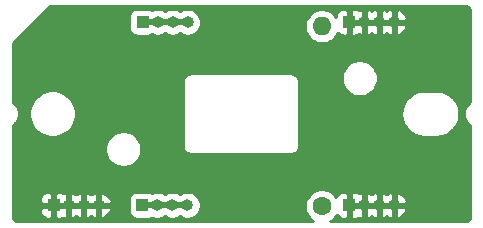
<source format=gbr>
G04 #@! TF.GenerationSoftware,KiCad,Pcbnew,5.1.9-73d0e3b20d~88~ubuntu20.04.1*
G04 #@! TF.CreationDate,2021-02-03T01:27:43+08:00*
G04 #@! TF.ProjectId,ic7000_drive,69633730-3030-45f6-9472-6976652e6b69,B*
G04 #@! TF.SameCoordinates,Original*
G04 #@! TF.FileFunction,Copper,L2,Bot*
G04 #@! TF.FilePolarity,Positive*
%FSLAX46Y46*%
G04 Gerber Fmt 4.6, Leading zero omitted, Abs format (unit mm)*
G04 Created by KiCad (PCBNEW 5.1.9-73d0e3b20d~88~ubuntu20.04.1) date 2021-02-03 01:27:43*
%MOMM*%
%LPD*%
G01*
G04 APERTURE LIST*
G04 #@! TA.AperFunction,ComponentPad*
%ADD10O,1.600000X1.600000*%
G04 #@! TD*
G04 #@! TA.AperFunction,ComponentPad*
%ADD11C,1.600000*%
G04 #@! TD*
G04 #@! TA.AperFunction,ComponentPad*
%ADD12O,1.000000X1.000000*%
G04 #@! TD*
G04 #@! TA.AperFunction,ComponentPad*
%ADD13R,1.000000X1.000000*%
G04 #@! TD*
G04 #@! TA.AperFunction,ViaPad*
%ADD14C,0.800000*%
G04 #@! TD*
G04 #@! TA.AperFunction,Conductor*
%ADD15C,0.500000*%
G04 #@! TD*
G04 #@! TA.AperFunction,Conductor*
%ADD16C,0.254000*%
G04 #@! TD*
G04 #@! TA.AperFunction,Conductor*
%ADD17C,0.100000*%
G04 #@! TD*
G04 APERTURE END LIST*
D10*
X130800000Y-58760000D03*
D11*
X130800000Y-74000000D03*
D12*
X111910000Y-73900000D03*
X110640000Y-73900000D03*
X109370000Y-73900000D03*
D13*
X108100000Y-73900000D03*
D12*
X136920000Y-58400000D03*
X135650000Y-58400000D03*
X134380000Y-58400000D03*
D13*
X133110000Y-58400000D03*
D12*
X136920000Y-73900000D03*
X135650000Y-73900000D03*
X134380000Y-73900000D03*
D13*
X133110000Y-73900000D03*
D12*
X119440000Y-58400000D03*
X118170000Y-58400000D03*
X116900000Y-58400000D03*
D13*
X115630000Y-58400000D03*
X115610000Y-73900000D03*
D12*
X116880000Y-73900000D03*
X118150000Y-73900000D03*
X119420000Y-73900000D03*
D14*
X107500000Y-59000000D03*
X108450000Y-59000000D03*
X109400000Y-59000000D03*
X110350000Y-59000000D03*
X111300000Y-59000000D03*
X112250000Y-59000000D03*
X133700000Y-60150000D03*
X134800000Y-60150000D03*
X135950000Y-60150000D03*
X137050000Y-60150000D03*
X138100000Y-60150000D03*
X135150000Y-72050000D03*
X136200000Y-72050000D03*
X137250000Y-72050000D03*
X138250000Y-72050000D03*
X139250000Y-72050000D03*
X105950000Y-72000000D03*
X109950000Y-72000000D03*
X108950000Y-72000000D03*
X107950000Y-72000000D03*
X106950000Y-72000000D03*
D15*
X115630000Y-58400000D02*
X116900000Y-58400000D01*
X116900000Y-58400000D02*
X118170000Y-58400000D01*
X118170000Y-58400000D02*
X119440000Y-58400000D01*
X115610000Y-73900000D02*
X116880000Y-73900000D01*
X116880000Y-73900000D02*
X118150000Y-73900000D01*
X118150000Y-73900000D02*
X119420000Y-73900000D01*
D16*
X143065424Y-57069580D02*
X143128356Y-57088580D01*
X143186405Y-57119445D01*
X143237343Y-57160989D01*
X143279248Y-57211644D01*
X143310515Y-57269471D01*
X143329956Y-57332272D01*
X143340000Y-57427835D01*
X143340000Y-58232418D01*
X143340001Y-58232428D01*
X143340000Y-62832418D01*
X143340001Y-62832428D01*
X143340000Y-65199654D01*
X143300374Y-65225982D01*
X143293274Y-65231856D01*
X143218522Y-65294581D01*
X143176695Y-65337294D01*
X143134226Y-65379467D01*
X143128402Y-65386609D01*
X143067256Y-65462659D01*
X143034535Y-65512661D01*
X143001049Y-65562306D01*
X142996723Y-65570443D01*
X142951513Y-65656922D01*
X142929104Y-65712388D01*
X142905925Y-65767527D01*
X142903262Y-65776349D01*
X142875710Y-65869961D01*
X142864508Y-65928682D01*
X142852471Y-65987322D01*
X142851572Y-65996493D01*
X142842728Y-66093675D01*
X142843146Y-66153492D01*
X142842728Y-66213308D01*
X142843627Y-66222479D01*
X142853827Y-66319527D01*
X142865861Y-66378152D01*
X142877064Y-66436884D01*
X142879728Y-66445706D01*
X142908584Y-66538925D01*
X142931767Y-66594075D01*
X142954175Y-66649537D01*
X142958502Y-66657673D01*
X143004914Y-66743511D01*
X143038362Y-66793098D01*
X143071119Y-66843156D01*
X143076943Y-66850297D01*
X143139145Y-66925486D01*
X143181594Y-66967639D01*
X143223439Y-67010371D01*
X143230540Y-67016245D01*
X143306160Y-67077921D01*
X143340001Y-67100405D01*
X143340000Y-69632418D01*
X143340001Y-69632428D01*
X143340000Y-74167581D01*
X143340000Y-74867721D01*
X143330420Y-74965424D01*
X143311420Y-75028357D01*
X143280554Y-75086406D01*
X143239011Y-75137343D01*
X143188356Y-75179248D01*
X143130529Y-75210515D01*
X143067728Y-75229956D01*
X142972165Y-75240000D01*
X131527140Y-75240000D01*
X131714759Y-75114637D01*
X131914637Y-74914759D01*
X132053801Y-74706485D01*
X132079463Y-74754494D01*
X132158815Y-74851185D01*
X132255506Y-74930537D01*
X132365820Y-74989502D01*
X132485518Y-75025812D01*
X132610000Y-75038072D01*
X132824250Y-75035000D01*
X132983000Y-74876250D01*
X132983000Y-74027000D01*
X133237000Y-74027000D01*
X133237000Y-74876250D01*
X133395750Y-75035000D01*
X133610000Y-75038072D01*
X133734482Y-75025812D01*
X133854180Y-74989502D01*
X133943180Y-74941930D01*
X134023136Y-74977446D01*
X134078126Y-74994119D01*
X134253000Y-74867954D01*
X134253000Y-74027000D01*
X134507000Y-74027000D01*
X134507000Y-74867954D01*
X134681874Y-74994119D01*
X134736864Y-74977446D01*
X134940206Y-74887123D01*
X135015000Y-74834361D01*
X135089794Y-74887123D01*
X135293136Y-74977446D01*
X135348126Y-74994119D01*
X135523000Y-74867954D01*
X135523000Y-74027000D01*
X135777000Y-74027000D01*
X135777000Y-74867954D01*
X135951874Y-74994119D01*
X136006864Y-74977446D01*
X136210206Y-74887123D01*
X136285000Y-74834361D01*
X136359794Y-74887123D01*
X136563136Y-74977446D01*
X136618126Y-74994119D01*
X136793000Y-74867954D01*
X136793000Y-74027000D01*
X137047000Y-74027000D01*
X137047000Y-74867954D01*
X137221874Y-74994119D01*
X137276864Y-74977446D01*
X137480206Y-74887123D01*
X137662020Y-74758865D01*
X137815318Y-74597601D01*
X137934210Y-74409529D01*
X138014126Y-74201876D01*
X137889129Y-74027000D01*
X137047000Y-74027000D01*
X136793000Y-74027000D01*
X135777000Y-74027000D01*
X135523000Y-74027000D01*
X134507000Y-74027000D01*
X134253000Y-74027000D01*
X133237000Y-74027000D01*
X132983000Y-74027000D01*
X132963000Y-74027000D01*
X132963000Y-73773000D01*
X132983000Y-73773000D01*
X132983000Y-72923750D01*
X133237000Y-72923750D01*
X133237000Y-73773000D01*
X134253000Y-73773000D01*
X134253000Y-72932046D01*
X134507000Y-72932046D01*
X134507000Y-73773000D01*
X135523000Y-73773000D01*
X135523000Y-72932046D01*
X135777000Y-72932046D01*
X135777000Y-73773000D01*
X136793000Y-73773000D01*
X136793000Y-72932046D01*
X137047000Y-72932046D01*
X137047000Y-73773000D01*
X137889129Y-73773000D01*
X138014126Y-73598124D01*
X137934210Y-73390471D01*
X137815318Y-73202399D01*
X137662020Y-73041135D01*
X137480206Y-72912877D01*
X137276864Y-72822554D01*
X137221874Y-72805881D01*
X137047000Y-72932046D01*
X136793000Y-72932046D01*
X136618126Y-72805881D01*
X136563136Y-72822554D01*
X136359794Y-72912877D01*
X136285000Y-72965639D01*
X136210206Y-72912877D01*
X136006864Y-72822554D01*
X135951874Y-72805881D01*
X135777000Y-72932046D01*
X135523000Y-72932046D01*
X135348126Y-72805881D01*
X135293136Y-72822554D01*
X135089794Y-72912877D01*
X135015000Y-72965639D01*
X134940206Y-72912877D01*
X134736864Y-72822554D01*
X134681874Y-72805881D01*
X134507000Y-72932046D01*
X134253000Y-72932046D01*
X134078126Y-72805881D01*
X134023136Y-72822554D01*
X133943180Y-72858070D01*
X133854180Y-72810498D01*
X133734482Y-72774188D01*
X133610000Y-72761928D01*
X133395750Y-72765000D01*
X133237000Y-72923750D01*
X132983000Y-72923750D01*
X132824250Y-72765000D01*
X132610000Y-72761928D01*
X132485518Y-72774188D01*
X132365820Y-72810498D01*
X132255506Y-72869463D01*
X132158815Y-72948815D01*
X132079463Y-73045506D01*
X132020498Y-73155820D01*
X132002169Y-73216242D01*
X131914637Y-73085241D01*
X131714759Y-72885363D01*
X131479727Y-72728320D01*
X131218574Y-72620147D01*
X130941335Y-72565000D01*
X130658665Y-72565000D01*
X130381426Y-72620147D01*
X130120273Y-72728320D01*
X129885241Y-72885363D01*
X129685363Y-73085241D01*
X129528320Y-73320273D01*
X129420147Y-73581426D01*
X129365000Y-73858665D01*
X129365000Y-74141335D01*
X129420147Y-74418574D01*
X129528320Y-74679727D01*
X129685363Y-74914759D01*
X129885241Y-75114637D01*
X130072860Y-75240000D01*
X105032279Y-75240000D01*
X104934576Y-75230420D01*
X104871643Y-75211420D01*
X104813594Y-75180554D01*
X104762657Y-75139011D01*
X104720752Y-75088356D01*
X104689485Y-75030529D01*
X104670044Y-74967728D01*
X104660000Y-74872165D01*
X104660000Y-74400000D01*
X106961928Y-74400000D01*
X106974188Y-74524482D01*
X107010498Y-74644180D01*
X107069463Y-74754494D01*
X107148815Y-74851185D01*
X107245506Y-74930537D01*
X107355820Y-74989502D01*
X107475518Y-75025812D01*
X107600000Y-75038072D01*
X107814250Y-75035000D01*
X107973000Y-74876250D01*
X107973000Y-74027000D01*
X108227000Y-74027000D01*
X108227000Y-74876250D01*
X108385750Y-75035000D01*
X108600000Y-75038072D01*
X108724482Y-75025812D01*
X108844180Y-74989502D01*
X108933180Y-74941930D01*
X109013136Y-74977446D01*
X109068126Y-74994119D01*
X109243000Y-74867954D01*
X109243000Y-74027000D01*
X109497000Y-74027000D01*
X109497000Y-74867954D01*
X109671874Y-74994119D01*
X109726864Y-74977446D01*
X109930206Y-74887123D01*
X110005000Y-74834361D01*
X110079794Y-74887123D01*
X110283136Y-74977446D01*
X110338126Y-74994119D01*
X110513000Y-74867954D01*
X110513000Y-74027000D01*
X110767000Y-74027000D01*
X110767000Y-74867954D01*
X110941874Y-74994119D01*
X110996864Y-74977446D01*
X111200206Y-74887123D01*
X111275000Y-74834361D01*
X111349794Y-74887123D01*
X111553136Y-74977446D01*
X111608126Y-74994119D01*
X111783000Y-74867954D01*
X111783000Y-74027000D01*
X112037000Y-74027000D01*
X112037000Y-74867954D01*
X112211874Y-74994119D01*
X112266864Y-74977446D01*
X112470206Y-74887123D01*
X112652020Y-74758865D01*
X112805318Y-74597601D01*
X112924210Y-74409529D01*
X113004126Y-74201876D01*
X112879129Y-74027000D01*
X112037000Y-74027000D01*
X111783000Y-74027000D01*
X110767000Y-74027000D01*
X110513000Y-74027000D01*
X109497000Y-74027000D01*
X109243000Y-74027000D01*
X108227000Y-74027000D01*
X107973000Y-74027000D01*
X107123750Y-74027000D01*
X106965000Y-74185750D01*
X106961928Y-74400000D01*
X104660000Y-74400000D01*
X104660000Y-73400000D01*
X106961928Y-73400000D01*
X106965000Y-73614250D01*
X107123750Y-73773000D01*
X107973000Y-73773000D01*
X107973000Y-72923750D01*
X108227000Y-72923750D01*
X108227000Y-73773000D01*
X109243000Y-73773000D01*
X109243000Y-72932046D01*
X109497000Y-72932046D01*
X109497000Y-73773000D01*
X110513000Y-73773000D01*
X110513000Y-72932046D01*
X110767000Y-72932046D01*
X110767000Y-73773000D01*
X111783000Y-73773000D01*
X111783000Y-72932046D01*
X112037000Y-72932046D01*
X112037000Y-73773000D01*
X112879129Y-73773000D01*
X113004126Y-73598124D01*
X112927878Y-73400000D01*
X114471928Y-73400000D01*
X114471928Y-74400000D01*
X114484188Y-74524482D01*
X114520498Y-74644180D01*
X114579463Y-74754494D01*
X114658815Y-74851185D01*
X114755506Y-74930537D01*
X114865820Y-74989502D01*
X114985518Y-75025812D01*
X115110000Y-75038072D01*
X116110000Y-75038072D01*
X116234482Y-75025812D01*
X116354180Y-74989502D01*
X116437226Y-74945112D01*
X116548933Y-74991383D01*
X116768212Y-75035000D01*
X116991788Y-75035000D01*
X117211067Y-74991383D01*
X117417624Y-74905824D01*
X117515000Y-74840759D01*
X117612376Y-74905824D01*
X117818933Y-74991383D01*
X118038212Y-75035000D01*
X118261788Y-75035000D01*
X118481067Y-74991383D01*
X118687624Y-74905824D01*
X118785000Y-74840759D01*
X118882376Y-74905824D01*
X119088933Y-74991383D01*
X119308212Y-75035000D01*
X119531788Y-75035000D01*
X119751067Y-74991383D01*
X119957624Y-74905824D01*
X120143520Y-74781612D01*
X120301612Y-74623520D01*
X120425824Y-74437624D01*
X120511383Y-74231067D01*
X120555000Y-74011788D01*
X120555000Y-73788212D01*
X120511383Y-73568933D01*
X120425824Y-73362376D01*
X120301612Y-73176480D01*
X120143520Y-73018388D01*
X119957624Y-72894176D01*
X119751067Y-72808617D01*
X119531788Y-72765000D01*
X119308212Y-72765000D01*
X119088933Y-72808617D01*
X118882376Y-72894176D01*
X118785000Y-72959241D01*
X118687624Y-72894176D01*
X118481067Y-72808617D01*
X118261788Y-72765000D01*
X118038212Y-72765000D01*
X117818933Y-72808617D01*
X117612376Y-72894176D01*
X117515000Y-72959241D01*
X117417624Y-72894176D01*
X117211067Y-72808617D01*
X116991788Y-72765000D01*
X116768212Y-72765000D01*
X116548933Y-72808617D01*
X116437226Y-72854888D01*
X116354180Y-72810498D01*
X116234482Y-72774188D01*
X116110000Y-72761928D01*
X115110000Y-72761928D01*
X114985518Y-72774188D01*
X114865820Y-72810498D01*
X114755506Y-72869463D01*
X114658815Y-72948815D01*
X114579463Y-73045506D01*
X114520498Y-73155820D01*
X114484188Y-73275518D01*
X114471928Y-73400000D01*
X112927878Y-73400000D01*
X112924210Y-73390471D01*
X112805318Y-73202399D01*
X112652020Y-73041135D01*
X112470206Y-72912877D01*
X112266864Y-72822554D01*
X112211874Y-72805881D01*
X112037000Y-72932046D01*
X111783000Y-72932046D01*
X111608126Y-72805881D01*
X111553136Y-72822554D01*
X111349794Y-72912877D01*
X111275000Y-72965639D01*
X111200206Y-72912877D01*
X110996864Y-72822554D01*
X110941874Y-72805881D01*
X110767000Y-72932046D01*
X110513000Y-72932046D01*
X110338126Y-72805881D01*
X110283136Y-72822554D01*
X110079794Y-72912877D01*
X110005000Y-72965639D01*
X109930206Y-72912877D01*
X109726864Y-72822554D01*
X109671874Y-72805881D01*
X109497000Y-72932046D01*
X109243000Y-72932046D01*
X109068126Y-72805881D01*
X109013136Y-72822554D01*
X108933180Y-72858070D01*
X108844180Y-72810498D01*
X108724482Y-72774188D01*
X108600000Y-72761928D01*
X108385750Y-72765000D01*
X108227000Y-72923750D01*
X107973000Y-72923750D01*
X107814250Y-72765000D01*
X107600000Y-72761928D01*
X107475518Y-72774188D01*
X107355820Y-72810498D01*
X107245506Y-72869463D01*
X107148815Y-72948815D01*
X107069463Y-73045506D01*
X107010498Y-73155820D01*
X106974188Y-73275518D01*
X106961928Y-73400000D01*
X104660000Y-73400000D01*
X104660000Y-69000034D01*
X112477367Y-69000034D01*
X112477367Y-69299966D01*
X112535881Y-69594136D01*
X112650660Y-69871237D01*
X112817294Y-70120622D01*
X113029378Y-70332706D01*
X113278763Y-70499340D01*
X113555864Y-70614119D01*
X113850034Y-70672633D01*
X114149966Y-70672633D01*
X114444136Y-70614119D01*
X114721237Y-70499340D01*
X114970622Y-70332706D01*
X115182706Y-70120622D01*
X115349340Y-69871237D01*
X115464119Y-69594136D01*
X115522633Y-69299966D01*
X115522633Y-69000034D01*
X115464119Y-68705864D01*
X115349340Y-68428763D01*
X115182706Y-68179378D01*
X114970622Y-67967294D01*
X114721237Y-67800660D01*
X114444136Y-67685881D01*
X114149966Y-67627367D01*
X113850034Y-67627367D01*
X113555864Y-67685881D01*
X113278763Y-67800660D01*
X113029378Y-67967294D01*
X112817294Y-68179378D01*
X112650660Y-68428763D01*
X112535881Y-68705864D01*
X112477367Y-69000034D01*
X104660000Y-69000034D01*
X104660000Y-67100346D01*
X104699626Y-67074019D01*
X104706719Y-67068149D01*
X104706723Y-67068147D01*
X104706726Y-67068144D01*
X104781478Y-67005419D01*
X104823321Y-66962690D01*
X104865774Y-66920533D01*
X104871598Y-66913391D01*
X104871601Y-66913388D01*
X104871604Y-66913384D01*
X104932744Y-66837341D01*
X104965487Y-66787305D01*
X104998951Y-66737693D01*
X105003277Y-66729557D01*
X105048487Y-66643077D01*
X105070890Y-66587626D01*
X105094075Y-66532473D01*
X105096738Y-66523651D01*
X105124290Y-66430040D01*
X105135496Y-66371297D01*
X105147529Y-66312678D01*
X105148428Y-66303507D01*
X105157272Y-66206324D01*
X105156854Y-66146509D01*
X105157272Y-66086693D01*
X105156373Y-66077522D01*
X105146173Y-65980473D01*
X105141135Y-65955926D01*
X106029534Y-65955926D01*
X106029534Y-66344074D01*
X106105258Y-66724764D01*
X106253796Y-67083366D01*
X106469439Y-67406099D01*
X106743901Y-67680561D01*
X107066634Y-67896204D01*
X107425236Y-68044742D01*
X107805926Y-68120466D01*
X108194074Y-68120466D01*
X108574764Y-68044742D01*
X108933366Y-67896204D01*
X109256099Y-67680561D01*
X109530561Y-67406099D01*
X109746204Y-67083366D01*
X109894742Y-66724764D01*
X109970466Y-66344074D01*
X109970466Y-65955926D01*
X109894742Y-65575236D01*
X109746204Y-65216634D01*
X109530561Y-64893901D01*
X109256099Y-64619439D01*
X108933366Y-64403796D01*
X108574764Y-64255258D01*
X108194074Y-64179534D01*
X107805926Y-64179534D01*
X107425236Y-64255258D01*
X107066634Y-64403796D01*
X106743901Y-64619439D01*
X106469439Y-64893901D01*
X106253796Y-65216634D01*
X106105258Y-65575236D01*
X106029534Y-65955926D01*
X105141135Y-65955926D01*
X105134140Y-65921854D01*
X105122936Y-65863116D01*
X105120272Y-65854294D01*
X105091416Y-65761075D01*
X105068238Y-65705937D01*
X105045825Y-65650463D01*
X105041498Y-65642327D01*
X104995085Y-65556489D01*
X104961645Y-65506913D01*
X104928881Y-65456844D01*
X104923057Y-65449703D01*
X104860855Y-65374514D01*
X104818406Y-65332361D01*
X104776561Y-65289629D01*
X104769460Y-65283755D01*
X104693839Y-65222079D01*
X104660000Y-65199596D01*
X104660000Y-63400000D01*
X119036807Y-63400000D01*
X119040000Y-63432419D01*
X119040001Y-68867571D01*
X119036807Y-68900000D01*
X119049550Y-69029383D01*
X119087290Y-69153793D01*
X119148575Y-69268450D01*
X119231052Y-69368948D01*
X119331550Y-69451425D01*
X119446207Y-69512710D01*
X119570617Y-69550450D01*
X119667581Y-69560000D01*
X119700000Y-69563193D01*
X119732419Y-69560000D01*
X128167581Y-69560000D01*
X128200000Y-69563193D01*
X128232419Y-69560000D01*
X128329383Y-69550450D01*
X128453793Y-69512710D01*
X128568450Y-69451425D01*
X128668948Y-69368948D01*
X128751425Y-69268450D01*
X128812710Y-69153793D01*
X128850450Y-69029383D01*
X128863193Y-68900000D01*
X128860000Y-68867581D01*
X128860000Y-66099258D01*
X137542748Y-66099258D01*
X137543166Y-66159075D01*
X137542748Y-66218892D01*
X137543647Y-66228064D01*
X137570167Y-66480389D01*
X137582196Y-66538988D01*
X137593405Y-66597747D01*
X137596068Y-66606569D01*
X137671095Y-66848938D01*
X137694265Y-66904056D01*
X137716683Y-66959545D01*
X137721009Y-66967681D01*
X137841682Y-67190862D01*
X137875150Y-67240480D01*
X137907889Y-67290511D01*
X137913713Y-67297652D01*
X138075438Y-67493143D01*
X138117872Y-67535282D01*
X138159735Y-67578031D01*
X138166836Y-67583904D01*
X138166839Y-67583907D01*
X138166843Y-67583909D01*
X138363450Y-67744260D01*
X138413238Y-67777339D01*
X138462634Y-67811161D01*
X138470741Y-67815544D01*
X138694759Y-67934656D01*
X138750062Y-67957450D01*
X138805044Y-67981016D01*
X138813847Y-67983741D01*
X139056733Y-68057073D01*
X139115418Y-68068693D01*
X139173926Y-68081129D01*
X139183089Y-68082092D01*
X139183091Y-68082092D01*
X139435596Y-68106850D01*
X139435598Y-68106850D01*
X139467581Y-68110000D01*
X140532419Y-68110000D01*
X140565683Y-68106724D01*
X140582555Y-68106724D01*
X140591720Y-68105760D01*
X140843853Y-68077479D01*
X140902354Y-68065044D01*
X140961046Y-68053423D01*
X140969849Y-68050698D01*
X141211688Y-67973982D01*
X141266685Y-67950410D01*
X141321974Y-67927622D01*
X141330080Y-67923239D01*
X141552414Y-67801011D01*
X141601794Y-67767199D01*
X141651598Y-67734110D01*
X141658699Y-67728236D01*
X141853056Y-67565150D01*
X141894899Y-67522420D01*
X141937352Y-67480264D01*
X141943176Y-67473122D01*
X142102156Y-67275392D01*
X142134916Y-67225330D01*
X142168362Y-67175744D01*
X142172688Y-67167607D01*
X142290234Y-66942764D01*
X142312653Y-66887274D01*
X142335823Y-66832155D01*
X142338487Y-66823333D01*
X142410121Y-66579940D01*
X142421333Y-66521166D01*
X142433358Y-66462585D01*
X142434257Y-66453414D01*
X142457252Y-66200742D01*
X142456834Y-66140925D01*
X142457252Y-66081108D01*
X142456353Y-66071936D01*
X142429833Y-65819611D01*
X142417794Y-65760962D01*
X142406595Y-65702253D01*
X142403932Y-65693431D01*
X142328906Y-65451062D01*
X142305716Y-65395898D01*
X142283317Y-65340456D01*
X142278991Y-65332319D01*
X142158318Y-65109138D01*
X142124865Y-65059543D01*
X142092111Y-65009489D01*
X142086287Y-65002348D01*
X141924562Y-64806857D01*
X141882128Y-64764718D01*
X141840265Y-64721969D01*
X141833164Y-64716095D01*
X141636549Y-64555740D01*
X141586733Y-64522642D01*
X141537366Y-64488839D01*
X141529259Y-64484456D01*
X141305241Y-64365344D01*
X141249950Y-64342555D01*
X141194956Y-64318984D01*
X141186153Y-64316259D01*
X140943267Y-64242927D01*
X140884582Y-64231307D01*
X140826074Y-64218871D01*
X140816911Y-64217908D01*
X140816909Y-64217908D01*
X140564404Y-64193150D01*
X140564402Y-64193150D01*
X140532419Y-64190000D01*
X139467581Y-64190000D01*
X139434309Y-64193277D01*
X139417445Y-64193277D01*
X139408280Y-64194240D01*
X139156146Y-64222521D01*
X139097638Y-64234957D01*
X139038953Y-64246577D01*
X139030150Y-64249302D01*
X138788312Y-64326018D01*
X138733315Y-64349590D01*
X138678026Y-64372378D01*
X138669920Y-64376761D01*
X138447587Y-64498989D01*
X138398224Y-64532789D01*
X138348402Y-64565890D01*
X138341302Y-64571764D01*
X138146944Y-64734850D01*
X138105118Y-64777563D01*
X138062648Y-64819736D01*
X138056824Y-64826878D01*
X137897844Y-65024608D01*
X137865084Y-65074670D01*
X137831638Y-65124256D01*
X137827312Y-65132393D01*
X137709767Y-65357236D01*
X137687371Y-65412668D01*
X137664177Y-65467844D01*
X137661514Y-65476666D01*
X137589879Y-65720060D01*
X137578666Y-65778841D01*
X137566642Y-65837415D01*
X137565743Y-65846587D01*
X137542748Y-66099258D01*
X128860000Y-66099258D01*
X128860000Y-63432419D01*
X128863193Y-63400000D01*
X128850450Y-63270617D01*
X128812710Y-63146207D01*
X128751425Y-63031550D01*
X128725561Y-63000034D01*
X132477367Y-63000034D01*
X132477367Y-63299966D01*
X132535881Y-63594136D01*
X132650660Y-63871237D01*
X132817294Y-64120622D01*
X133029378Y-64332706D01*
X133278763Y-64499340D01*
X133555864Y-64614119D01*
X133850034Y-64672633D01*
X134149966Y-64672633D01*
X134444136Y-64614119D01*
X134721237Y-64499340D01*
X134970622Y-64332706D01*
X135182706Y-64120622D01*
X135349340Y-63871237D01*
X135464119Y-63594136D01*
X135522633Y-63299966D01*
X135522633Y-63000034D01*
X135464119Y-62705864D01*
X135349340Y-62428763D01*
X135182706Y-62179378D01*
X134970622Y-61967294D01*
X134721237Y-61800660D01*
X134444136Y-61685881D01*
X134149966Y-61627367D01*
X133850034Y-61627367D01*
X133555864Y-61685881D01*
X133278763Y-61800660D01*
X133029378Y-61967294D01*
X132817294Y-62179378D01*
X132650660Y-62428763D01*
X132535881Y-62705864D01*
X132477367Y-63000034D01*
X128725561Y-63000034D01*
X128668948Y-62931052D01*
X128568450Y-62848575D01*
X128453793Y-62787290D01*
X128329383Y-62749550D01*
X128232419Y-62740000D01*
X128200000Y-62736807D01*
X128167581Y-62740000D01*
X119732419Y-62740000D01*
X119700000Y-62736807D01*
X119667581Y-62740000D01*
X119570617Y-62749550D01*
X119446207Y-62787290D01*
X119331550Y-62848575D01*
X119231052Y-62931052D01*
X119148575Y-63031550D01*
X119087290Y-63146207D01*
X119049550Y-63270617D01*
X119036807Y-63400000D01*
X104660000Y-63400000D01*
X104660000Y-60173380D01*
X106933380Y-57900000D01*
X114491928Y-57900000D01*
X114491928Y-58900000D01*
X114504188Y-59024482D01*
X114540498Y-59144180D01*
X114599463Y-59254494D01*
X114678815Y-59351185D01*
X114775506Y-59430537D01*
X114885820Y-59489502D01*
X115005518Y-59525812D01*
X115130000Y-59538072D01*
X116130000Y-59538072D01*
X116254482Y-59525812D01*
X116374180Y-59489502D01*
X116457226Y-59445112D01*
X116568933Y-59491383D01*
X116788212Y-59535000D01*
X117011788Y-59535000D01*
X117231067Y-59491383D01*
X117437624Y-59405824D01*
X117535000Y-59340759D01*
X117632376Y-59405824D01*
X117838933Y-59491383D01*
X118058212Y-59535000D01*
X118281788Y-59535000D01*
X118501067Y-59491383D01*
X118707624Y-59405824D01*
X118805000Y-59340759D01*
X118902376Y-59405824D01*
X119108933Y-59491383D01*
X119328212Y-59535000D01*
X119551788Y-59535000D01*
X119771067Y-59491383D01*
X119977624Y-59405824D01*
X120163520Y-59281612D01*
X120321612Y-59123520D01*
X120445824Y-58937624D01*
X120531383Y-58731067D01*
X120553740Y-58618665D01*
X129365000Y-58618665D01*
X129365000Y-58901335D01*
X129420147Y-59178574D01*
X129528320Y-59439727D01*
X129685363Y-59674759D01*
X129885241Y-59874637D01*
X130120273Y-60031680D01*
X130381426Y-60139853D01*
X130658665Y-60195000D01*
X130941335Y-60195000D01*
X131218574Y-60139853D01*
X131479727Y-60031680D01*
X131714759Y-59874637D01*
X131914637Y-59674759D01*
X132071680Y-59439727D01*
X132125281Y-59310323D01*
X132158815Y-59351185D01*
X132255506Y-59430537D01*
X132365820Y-59489502D01*
X132485518Y-59525812D01*
X132610000Y-59538072D01*
X132824250Y-59535000D01*
X132983000Y-59376250D01*
X132983000Y-58527000D01*
X133237000Y-58527000D01*
X133237000Y-59376250D01*
X133395750Y-59535000D01*
X133610000Y-59538072D01*
X133734482Y-59525812D01*
X133854180Y-59489502D01*
X133943180Y-59441930D01*
X134023136Y-59477446D01*
X134078126Y-59494119D01*
X134253000Y-59367954D01*
X134253000Y-58527000D01*
X134507000Y-58527000D01*
X134507000Y-59367954D01*
X134681874Y-59494119D01*
X134736864Y-59477446D01*
X134940206Y-59387123D01*
X135015000Y-59334361D01*
X135089794Y-59387123D01*
X135293136Y-59477446D01*
X135348126Y-59494119D01*
X135523000Y-59367954D01*
X135523000Y-58527000D01*
X135777000Y-58527000D01*
X135777000Y-59367954D01*
X135951874Y-59494119D01*
X136006864Y-59477446D01*
X136210206Y-59387123D01*
X136285000Y-59334361D01*
X136359794Y-59387123D01*
X136563136Y-59477446D01*
X136618126Y-59494119D01*
X136793000Y-59367954D01*
X136793000Y-58527000D01*
X137047000Y-58527000D01*
X137047000Y-59367954D01*
X137221874Y-59494119D01*
X137276864Y-59477446D01*
X137480206Y-59387123D01*
X137662020Y-59258865D01*
X137815318Y-59097601D01*
X137934210Y-58909529D01*
X138014126Y-58701876D01*
X137889129Y-58527000D01*
X137047000Y-58527000D01*
X136793000Y-58527000D01*
X135777000Y-58527000D01*
X135523000Y-58527000D01*
X134507000Y-58527000D01*
X134253000Y-58527000D01*
X133237000Y-58527000D01*
X132983000Y-58527000D01*
X132963000Y-58527000D01*
X132963000Y-58273000D01*
X132983000Y-58273000D01*
X132983000Y-57423750D01*
X133237000Y-57423750D01*
X133237000Y-58273000D01*
X134253000Y-58273000D01*
X134253000Y-57432046D01*
X134507000Y-57432046D01*
X134507000Y-58273000D01*
X135523000Y-58273000D01*
X135523000Y-57432046D01*
X135777000Y-57432046D01*
X135777000Y-58273000D01*
X136793000Y-58273000D01*
X136793000Y-57432046D01*
X137047000Y-57432046D01*
X137047000Y-58273000D01*
X137889129Y-58273000D01*
X138014126Y-58098124D01*
X137934210Y-57890471D01*
X137815318Y-57702399D01*
X137662020Y-57541135D01*
X137480206Y-57412877D01*
X137276864Y-57322554D01*
X137221874Y-57305881D01*
X137047000Y-57432046D01*
X136793000Y-57432046D01*
X136618126Y-57305881D01*
X136563136Y-57322554D01*
X136359794Y-57412877D01*
X136285000Y-57465639D01*
X136210206Y-57412877D01*
X136006864Y-57322554D01*
X135951874Y-57305881D01*
X135777000Y-57432046D01*
X135523000Y-57432046D01*
X135348126Y-57305881D01*
X135293136Y-57322554D01*
X135089794Y-57412877D01*
X135015000Y-57465639D01*
X134940206Y-57412877D01*
X134736864Y-57322554D01*
X134681874Y-57305881D01*
X134507000Y-57432046D01*
X134253000Y-57432046D01*
X134078126Y-57305881D01*
X134023136Y-57322554D01*
X133943180Y-57358070D01*
X133854180Y-57310498D01*
X133734482Y-57274188D01*
X133610000Y-57261928D01*
X133395750Y-57265000D01*
X133237000Y-57423750D01*
X132983000Y-57423750D01*
X132824250Y-57265000D01*
X132610000Y-57261928D01*
X132485518Y-57274188D01*
X132365820Y-57310498D01*
X132255506Y-57369463D01*
X132158815Y-57448815D01*
X132079463Y-57545506D01*
X132020498Y-57655820D01*
X131984188Y-57775518D01*
X131971928Y-57900000D01*
X131972382Y-57931663D01*
X131914637Y-57845241D01*
X131714759Y-57645363D01*
X131479727Y-57488320D01*
X131218574Y-57380147D01*
X130941335Y-57325000D01*
X130658665Y-57325000D01*
X130381426Y-57380147D01*
X130120273Y-57488320D01*
X129885241Y-57645363D01*
X129685363Y-57845241D01*
X129528320Y-58080273D01*
X129420147Y-58341426D01*
X129365000Y-58618665D01*
X120553740Y-58618665D01*
X120575000Y-58511788D01*
X120575000Y-58288212D01*
X120531383Y-58068933D01*
X120445824Y-57862376D01*
X120321612Y-57676480D01*
X120163520Y-57518388D01*
X119977624Y-57394176D01*
X119771067Y-57308617D01*
X119551788Y-57265000D01*
X119328212Y-57265000D01*
X119108933Y-57308617D01*
X118902376Y-57394176D01*
X118805000Y-57459241D01*
X118707624Y-57394176D01*
X118501067Y-57308617D01*
X118281788Y-57265000D01*
X118058212Y-57265000D01*
X117838933Y-57308617D01*
X117632376Y-57394176D01*
X117535000Y-57459241D01*
X117437624Y-57394176D01*
X117231067Y-57308617D01*
X117011788Y-57265000D01*
X116788212Y-57265000D01*
X116568933Y-57308617D01*
X116457226Y-57354888D01*
X116374180Y-57310498D01*
X116254482Y-57274188D01*
X116130000Y-57261928D01*
X115130000Y-57261928D01*
X115005518Y-57274188D01*
X114885820Y-57310498D01*
X114775506Y-57369463D01*
X114678815Y-57448815D01*
X114599463Y-57545506D01*
X114540498Y-57655820D01*
X114504188Y-57775518D01*
X114491928Y-57900000D01*
X106933380Y-57900000D01*
X107773381Y-57060000D01*
X142967721Y-57060000D01*
X143065424Y-57069580D01*
G04 #@! TA.AperFunction,Conductor*
D17*
G36*
X143065424Y-57069580D02*
G01*
X143128356Y-57088580D01*
X143186405Y-57119445D01*
X143237343Y-57160989D01*
X143279248Y-57211644D01*
X143310515Y-57269471D01*
X143329956Y-57332272D01*
X143340000Y-57427835D01*
X143340000Y-58232418D01*
X143340001Y-58232428D01*
X143340000Y-62832418D01*
X143340001Y-62832428D01*
X143340000Y-65199654D01*
X143300374Y-65225982D01*
X143293274Y-65231856D01*
X143218522Y-65294581D01*
X143176695Y-65337294D01*
X143134226Y-65379467D01*
X143128402Y-65386609D01*
X143067256Y-65462659D01*
X143034535Y-65512661D01*
X143001049Y-65562306D01*
X142996723Y-65570443D01*
X142951513Y-65656922D01*
X142929104Y-65712388D01*
X142905925Y-65767527D01*
X142903262Y-65776349D01*
X142875710Y-65869961D01*
X142864508Y-65928682D01*
X142852471Y-65987322D01*
X142851572Y-65996493D01*
X142842728Y-66093675D01*
X142843146Y-66153492D01*
X142842728Y-66213308D01*
X142843627Y-66222479D01*
X142853827Y-66319527D01*
X142865861Y-66378152D01*
X142877064Y-66436884D01*
X142879728Y-66445706D01*
X142908584Y-66538925D01*
X142931767Y-66594075D01*
X142954175Y-66649537D01*
X142958502Y-66657673D01*
X143004914Y-66743511D01*
X143038362Y-66793098D01*
X143071119Y-66843156D01*
X143076943Y-66850297D01*
X143139145Y-66925486D01*
X143181594Y-66967639D01*
X143223439Y-67010371D01*
X143230540Y-67016245D01*
X143306160Y-67077921D01*
X143340001Y-67100405D01*
X143340000Y-69632418D01*
X143340001Y-69632428D01*
X143340000Y-74167581D01*
X143340000Y-74867721D01*
X143330420Y-74965424D01*
X143311420Y-75028357D01*
X143280554Y-75086406D01*
X143239011Y-75137343D01*
X143188356Y-75179248D01*
X143130529Y-75210515D01*
X143067728Y-75229956D01*
X142972165Y-75240000D01*
X131527140Y-75240000D01*
X131714759Y-75114637D01*
X131914637Y-74914759D01*
X132053801Y-74706485D01*
X132079463Y-74754494D01*
X132158815Y-74851185D01*
X132255506Y-74930537D01*
X132365820Y-74989502D01*
X132485518Y-75025812D01*
X132610000Y-75038072D01*
X132824250Y-75035000D01*
X132983000Y-74876250D01*
X132983000Y-74027000D01*
X133237000Y-74027000D01*
X133237000Y-74876250D01*
X133395750Y-75035000D01*
X133610000Y-75038072D01*
X133734482Y-75025812D01*
X133854180Y-74989502D01*
X133943180Y-74941930D01*
X134023136Y-74977446D01*
X134078126Y-74994119D01*
X134253000Y-74867954D01*
X134253000Y-74027000D01*
X134507000Y-74027000D01*
X134507000Y-74867954D01*
X134681874Y-74994119D01*
X134736864Y-74977446D01*
X134940206Y-74887123D01*
X135015000Y-74834361D01*
X135089794Y-74887123D01*
X135293136Y-74977446D01*
X135348126Y-74994119D01*
X135523000Y-74867954D01*
X135523000Y-74027000D01*
X135777000Y-74027000D01*
X135777000Y-74867954D01*
X135951874Y-74994119D01*
X136006864Y-74977446D01*
X136210206Y-74887123D01*
X136285000Y-74834361D01*
X136359794Y-74887123D01*
X136563136Y-74977446D01*
X136618126Y-74994119D01*
X136793000Y-74867954D01*
X136793000Y-74027000D01*
X137047000Y-74027000D01*
X137047000Y-74867954D01*
X137221874Y-74994119D01*
X137276864Y-74977446D01*
X137480206Y-74887123D01*
X137662020Y-74758865D01*
X137815318Y-74597601D01*
X137934210Y-74409529D01*
X138014126Y-74201876D01*
X137889129Y-74027000D01*
X137047000Y-74027000D01*
X136793000Y-74027000D01*
X135777000Y-74027000D01*
X135523000Y-74027000D01*
X134507000Y-74027000D01*
X134253000Y-74027000D01*
X133237000Y-74027000D01*
X132983000Y-74027000D01*
X132963000Y-74027000D01*
X132963000Y-73773000D01*
X132983000Y-73773000D01*
X132983000Y-72923750D01*
X133237000Y-72923750D01*
X133237000Y-73773000D01*
X134253000Y-73773000D01*
X134253000Y-72932046D01*
X134507000Y-72932046D01*
X134507000Y-73773000D01*
X135523000Y-73773000D01*
X135523000Y-72932046D01*
X135777000Y-72932046D01*
X135777000Y-73773000D01*
X136793000Y-73773000D01*
X136793000Y-72932046D01*
X137047000Y-72932046D01*
X137047000Y-73773000D01*
X137889129Y-73773000D01*
X138014126Y-73598124D01*
X137934210Y-73390471D01*
X137815318Y-73202399D01*
X137662020Y-73041135D01*
X137480206Y-72912877D01*
X137276864Y-72822554D01*
X137221874Y-72805881D01*
X137047000Y-72932046D01*
X136793000Y-72932046D01*
X136618126Y-72805881D01*
X136563136Y-72822554D01*
X136359794Y-72912877D01*
X136285000Y-72965639D01*
X136210206Y-72912877D01*
X136006864Y-72822554D01*
X135951874Y-72805881D01*
X135777000Y-72932046D01*
X135523000Y-72932046D01*
X135348126Y-72805881D01*
X135293136Y-72822554D01*
X135089794Y-72912877D01*
X135015000Y-72965639D01*
X134940206Y-72912877D01*
X134736864Y-72822554D01*
X134681874Y-72805881D01*
X134507000Y-72932046D01*
X134253000Y-72932046D01*
X134078126Y-72805881D01*
X134023136Y-72822554D01*
X133943180Y-72858070D01*
X133854180Y-72810498D01*
X133734482Y-72774188D01*
X133610000Y-72761928D01*
X133395750Y-72765000D01*
X133237000Y-72923750D01*
X132983000Y-72923750D01*
X132824250Y-72765000D01*
X132610000Y-72761928D01*
X132485518Y-72774188D01*
X132365820Y-72810498D01*
X132255506Y-72869463D01*
X132158815Y-72948815D01*
X132079463Y-73045506D01*
X132020498Y-73155820D01*
X132002169Y-73216242D01*
X131914637Y-73085241D01*
X131714759Y-72885363D01*
X131479727Y-72728320D01*
X131218574Y-72620147D01*
X130941335Y-72565000D01*
X130658665Y-72565000D01*
X130381426Y-72620147D01*
X130120273Y-72728320D01*
X129885241Y-72885363D01*
X129685363Y-73085241D01*
X129528320Y-73320273D01*
X129420147Y-73581426D01*
X129365000Y-73858665D01*
X129365000Y-74141335D01*
X129420147Y-74418574D01*
X129528320Y-74679727D01*
X129685363Y-74914759D01*
X129885241Y-75114637D01*
X130072860Y-75240000D01*
X105032279Y-75240000D01*
X104934576Y-75230420D01*
X104871643Y-75211420D01*
X104813594Y-75180554D01*
X104762657Y-75139011D01*
X104720752Y-75088356D01*
X104689485Y-75030529D01*
X104670044Y-74967728D01*
X104660000Y-74872165D01*
X104660000Y-74400000D01*
X106961928Y-74400000D01*
X106974188Y-74524482D01*
X107010498Y-74644180D01*
X107069463Y-74754494D01*
X107148815Y-74851185D01*
X107245506Y-74930537D01*
X107355820Y-74989502D01*
X107475518Y-75025812D01*
X107600000Y-75038072D01*
X107814250Y-75035000D01*
X107973000Y-74876250D01*
X107973000Y-74027000D01*
X108227000Y-74027000D01*
X108227000Y-74876250D01*
X108385750Y-75035000D01*
X108600000Y-75038072D01*
X108724482Y-75025812D01*
X108844180Y-74989502D01*
X108933180Y-74941930D01*
X109013136Y-74977446D01*
X109068126Y-74994119D01*
X109243000Y-74867954D01*
X109243000Y-74027000D01*
X109497000Y-74027000D01*
X109497000Y-74867954D01*
X109671874Y-74994119D01*
X109726864Y-74977446D01*
X109930206Y-74887123D01*
X110005000Y-74834361D01*
X110079794Y-74887123D01*
X110283136Y-74977446D01*
X110338126Y-74994119D01*
X110513000Y-74867954D01*
X110513000Y-74027000D01*
X110767000Y-74027000D01*
X110767000Y-74867954D01*
X110941874Y-74994119D01*
X110996864Y-74977446D01*
X111200206Y-74887123D01*
X111275000Y-74834361D01*
X111349794Y-74887123D01*
X111553136Y-74977446D01*
X111608126Y-74994119D01*
X111783000Y-74867954D01*
X111783000Y-74027000D01*
X112037000Y-74027000D01*
X112037000Y-74867954D01*
X112211874Y-74994119D01*
X112266864Y-74977446D01*
X112470206Y-74887123D01*
X112652020Y-74758865D01*
X112805318Y-74597601D01*
X112924210Y-74409529D01*
X113004126Y-74201876D01*
X112879129Y-74027000D01*
X112037000Y-74027000D01*
X111783000Y-74027000D01*
X110767000Y-74027000D01*
X110513000Y-74027000D01*
X109497000Y-74027000D01*
X109243000Y-74027000D01*
X108227000Y-74027000D01*
X107973000Y-74027000D01*
X107123750Y-74027000D01*
X106965000Y-74185750D01*
X106961928Y-74400000D01*
X104660000Y-74400000D01*
X104660000Y-73400000D01*
X106961928Y-73400000D01*
X106965000Y-73614250D01*
X107123750Y-73773000D01*
X107973000Y-73773000D01*
X107973000Y-72923750D01*
X108227000Y-72923750D01*
X108227000Y-73773000D01*
X109243000Y-73773000D01*
X109243000Y-72932046D01*
X109497000Y-72932046D01*
X109497000Y-73773000D01*
X110513000Y-73773000D01*
X110513000Y-72932046D01*
X110767000Y-72932046D01*
X110767000Y-73773000D01*
X111783000Y-73773000D01*
X111783000Y-72932046D01*
X112037000Y-72932046D01*
X112037000Y-73773000D01*
X112879129Y-73773000D01*
X113004126Y-73598124D01*
X112927878Y-73400000D01*
X114471928Y-73400000D01*
X114471928Y-74400000D01*
X114484188Y-74524482D01*
X114520498Y-74644180D01*
X114579463Y-74754494D01*
X114658815Y-74851185D01*
X114755506Y-74930537D01*
X114865820Y-74989502D01*
X114985518Y-75025812D01*
X115110000Y-75038072D01*
X116110000Y-75038072D01*
X116234482Y-75025812D01*
X116354180Y-74989502D01*
X116437226Y-74945112D01*
X116548933Y-74991383D01*
X116768212Y-75035000D01*
X116991788Y-75035000D01*
X117211067Y-74991383D01*
X117417624Y-74905824D01*
X117515000Y-74840759D01*
X117612376Y-74905824D01*
X117818933Y-74991383D01*
X118038212Y-75035000D01*
X118261788Y-75035000D01*
X118481067Y-74991383D01*
X118687624Y-74905824D01*
X118785000Y-74840759D01*
X118882376Y-74905824D01*
X119088933Y-74991383D01*
X119308212Y-75035000D01*
X119531788Y-75035000D01*
X119751067Y-74991383D01*
X119957624Y-74905824D01*
X120143520Y-74781612D01*
X120301612Y-74623520D01*
X120425824Y-74437624D01*
X120511383Y-74231067D01*
X120555000Y-74011788D01*
X120555000Y-73788212D01*
X120511383Y-73568933D01*
X120425824Y-73362376D01*
X120301612Y-73176480D01*
X120143520Y-73018388D01*
X119957624Y-72894176D01*
X119751067Y-72808617D01*
X119531788Y-72765000D01*
X119308212Y-72765000D01*
X119088933Y-72808617D01*
X118882376Y-72894176D01*
X118785000Y-72959241D01*
X118687624Y-72894176D01*
X118481067Y-72808617D01*
X118261788Y-72765000D01*
X118038212Y-72765000D01*
X117818933Y-72808617D01*
X117612376Y-72894176D01*
X117515000Y-72959241D01*
X117417624Y-72894176D01*
X117211067Y-72808617D01*
X116991788Y-72765000D01*
X116768212Y-72765000D01*
X116548933Y-72808617D01*
X116437226Y-72854888D01*
X116354180Y-72810498D01*
X116234482Y-72774188D01*
X116110000Y-72761928D01*
X115110000Y-72761928D01*
X114985518Y-72774188D01*
X114865820Y-72810498D01*
X114755506Y-72869463D01*
X114658815Y-72948815D01*
X114579463Y-73045506D01*
X114520498Y-73155820D01*
X114484188Y-73275518D01*
X114471928Y-73400000D01*
X112927878Y-73400000D01*
X112924210Y-73390471D01*
X112805318Y-73202399D01*
X112652020Y-73041135D01*
X112470206Y-72912877D01*
X112266864Y-72822554D01*
X112211874Y-72805881D01*
X112037000Y-72932046D01*
X111783000Y-72932046D01*
X111608126Y-72805881D01*
X111553136Y-72822554D01*
X111349794Y-72912877D01*
X111275000Y-72965639D01*
X111200206Y-72912877D01*
X110996864Y-72822554D01*
X110941874Y-72805881D01*
X110767000Y-72932046D01*
X110513000Y-72932046D01*
X110338126Y-72805881D01*
X110283136Y-72822554D01*
X110079794Y-72912877D01*
X110005000Y-72965639D01*
X109930206Y-72912877D01*
X109726864Y-72822554D01*
X109671874Y-72805881D01*
X109497000Y-72932046D01*
X109243000Y-72932046D01*
X109068126Y-72805881D01*
X109013136Y-72822554D01*
X108933180Y-72858070D01*
X108844180Y-72810498D01*
X108724482Y-72774188D01*
X108600000Y-72761928D01*
X108385750Y-72765000D01*
X108227000Y-72923750D01*
X107973000Y-72923750D01*
X107814250Y-72765000D01*
X107600000Y-72761928D01*
X107475518Y-72774188D01*
X107355820Y-72810498D01*
X107245506Y-72869463D01*
X107148815Y-72948815D01*
X107069463Y-73045506D01*
X107010498Y-73155820D01*
X106974188Y-73275518D01*
X106961928Y-73400000D01*
X104660000Y-73400000D01*
X104660000Y-69000034D01*
X112477367Y-69000034D01*
X112477367Y-69299966D01*
X112535881Y-69594136D01*
X112650660Y-69871237D01*
X112817294Y-70120622D01*
X113029378Y-70332706D01*
X113278763Y-70499340D01*
X113555864Y-70614119D01*
X113850034Y-70672633D01*
X114149966Y-70672633D01*
X114444136Y-70614119D01*
X114721237Y-70499340D01*
X114970622Y-70332706D01*
X115182706Y-70120622D01*
X115349340Y-69871237D01*
X115464119Y-69594136D01*
X115522633Y-69299966D01*
X115522633Y-69000034D01*
X115464119Y-68705864D01*
X115349340Y-68428763D01*
X115182706Y-68179378D01*
X114970622Y-67967294D01*
X114721237Y-67800660D01*
X114444136Y-67685881D01*
X114149966Y-67627367D01*
X113850034Y-67627367D01*
X113555864Y-67685881D01*
X113278763Y-67800660D01*
X113029378Y-67967294D01*
X112817294Y-68179378D01*
X112650660Y-68428763D01*
X112535881Y-68705864D01*
X112477367Y-69000034D01*
X104660000Y-69000034D01*
X104660000Y-67100346D01*
X104699626Y-67074019D01*
X104706719Y-67068149D01*
X104706723Y-67068147D01*
X104706726Y-67068144D01*
X104781478Y-67005419D01*
X104823321Y-66962690D01*
X104865774Y-66920533D01*
X104871598Y-66913391D01*
X104871601Y-66913388D01*
X104871604Y-66913384D01*
X104932744Y-66837341D01*
X104965487Y-66787305D01*
X104998951Y-66737693D01*
X105003277Y-66729557D01*
X105048487Y-66643077D01*
X105070890Y-66587626D01*
X105094075Y-66532473D01*
X105096738Y-66523651D01*
X105124290Y-66430040D01*
X105135496Y-66371297D01*
X105147529Y-66312678D01*
X105148428Y-66303507D01*
X105157272Y-66206324D01*
X105156854Y-66146509D01*
X105157272Y-66086693D01*
X105156373Y-66077522D01*
X105146173Y-65980473D01*
X105141135Y-65955926D01*
X106029534Y-65955926D01*
X106029534Y-66344074D01*
X106105258Y-66724764D01*
X106253796Y-67083366D01*
X106469439Y-67406099D01*
X106743901Y-67680561D01*
X107066634Y-67896204D01*
X107425236Y-68044742D01*
X107805926Y-68120466D01*
X108194074Y-68120466D01*
X108574764Y-68044742D01*
X108933366Y-67896204D01*
X109256099Y-67680561D01*
X109530561Y-67406099D01*
X109746204Y-67083366D01*
X109894742Y-66724764D01*
X109970466Y-66344074D01*
X109970466Y-65955926D01*
X109894742Y-65575236D01*
X109746204Y-65216634D01*
X109530561Y-64893901D01*
X109256099Y-64619439D01*
X108933366Y-64403796D01*
X108574764Y-64255258D01*
X108194074Y-64179534D01*
X107805926Y-64179534D01*
X107425236Y-64255258D01*
X107066634Y-64403796D01*
X106743901Y-64619439D01*
X106469439Y-64893901D01*
X106253796Y-65216634D01*
X106105258Y-65575236D01*
X106029534Y-65955926D01*
X105141135Y-65955926D01*
X105134140Y-65921854D01*
X105122936Y-65863116D01*
X105120272Y-65854294D01*
X105091416Y-65761075D01*
X105068238Y-65705937D01*
X105045825Y-65650463D01*
X105041498Y-65642327D01*
X104995085Y-65556489D01*
X104961645Y-65506913D01*
X104928881Y-65456844D01*
X104923057Y-65449703D01*
X104860855Y-65374514D01*
X104818406Y-65332361D01*
X104776561Y-65289629D01*
X104769460Y-65283755D01*
X104693839Y-65222079D01*
X104660000Y-65199596D01*
X104660000Y-63400000D01*
X119036807Y-63400000D01*
X119040000Y-63432419D01*
X119040001Y-68867571D01*
X119036807Y-68900000D01*
X119049550Y-69029383D01*
X119087290Y-69153793D01*
X119148575Y-69268450D01*
X119231052Y-69368948D01*
X119331550Y-69451425D01*
X119446207Y-69512710D01*
X119570617Y-69550450D01*
X119667581Y-69560000D01*
X119700000Y-69563193D01*
X119732419Y-69560000D01*
X128167581Y-69560000D01*
X128200000Y-69563193D01*
X128232419Y-69560000D01*
X128329383Y-69550450D01*
X128453793Y-69512710D01*
X128568450Y-69451425D01*
X128668948Y-69368948D01*
X128751425Y-69268450D01*
X128812710Y-69153793D01*
X128850450Y-69029383D01*
X128863193Y-68900000D01*
X128860000Y-68867581D01*
X128860000Y-66099258D01*
X137542748Y-66099258D01*
X137543166Y-66159075D01*
X137542748Y-66218892D01*
X137543647Y-66228064D01*
X137570167Y-66480389D01*
X137582196Y-66538988D01*
X137593405Y-66597747D01*
X137596068Y-66606569D01*
X137671095Y-66848938D01*
X137694265Y-66904056D01*
X137716683Y-66959545D01*
X137721009Y-66967681D01*
X137841682Y-67190862D01*
X137875150Y-67240480D01*
X137907889Y-67290511D01*
X137913713Y-67297652D01*
X138075438Y-67493143D01*
X138117872Y-67535282D01*
X138159735Y-67578031D01*
X138166836Y-67583904D01*
X138166839Y-67583907D01*
X138166843Y-67583909D01*
X138363450Y-67744260D01*
X138413238Y-67777339D01*
X138462634Y-67811161D01*
X138470741Y-67815544D01*
X138694759Y-67934656D01*
X138750062Y-67957450D01*
X138805044Y-67981016D01*
X138813847Y-67983741D01*
X139056733Y-68057073D01*
X139115418Y-68068693D01*
X139173926Y-68081129D01*
X139183089Y-68082092D01*
X139183091Y-68082092D01*
X139435596Y-68106850D01*
X139435598Y-68106850D01*
X139467581Y-68110000D01*
X140532419Y-68110000D01*
X140565683Y-68106724D01*
X140582555Y-68106724D01*
X140591720Y-68105760D01*
X140843853Y-68077479D01*
X140902354Y-68065044D01*
X140961046Y-68053423D01*
X140969849Y-68050698D01*
X141211688Y-67973982D01*
X141266685Y-67950410D01*
X141321974Y-67927622D01*
X141330080Y-67923239D01*
X141552414Y-67801011D01*
X141601794Y-67767199D01*
X141651598Y-67734110D01*
X141658699Y-67728236D01*
X141853056Y-67565150D01*
X141894899Y-67522420D01*
X141937352Y-67480264D01*
X141943176Y-67473122D01*
X142102156Y-67275392D01*
X142134916Y-67225330D01*
X142168362Y-67175744D01*
X142172688Y-67167607D01*
X142290234Y-66942764D01*
X142312653Y-66887274D01*
X142335823Y-66832155D01*
X142338487Y-66823333D01*
X142410121Y-66579940D01*
X142421333Y-66521166D01*
X142433358Y-66462585D01*
X142434257Y-66453414D01*
X142457252Y-66200742D01*
X142456834Y-66140925D01*
X142457252Y-66081108D01*
X142456353Y-66071936D01*
X142429833Y-65819611D01*
X142417794Y-65760962D01*
X142406595Y-65702253D01*
X142403932Y-65693431D01*
X142328906Y-65451062D01*
X142305716Y-65395898D01*
X142283317Y-65340456D01*
X142278991Y-65332319D01*
X142158318Y-65109138D01*
X142124865Y-65059543D01*
X142092111Y-65009489D01*
X142086287Y-65002348D01*
X141924562Y-64806857D01*
X141882128Y-64764718D01*
X141840265Y-64721969D01*
X141833164Y-64716095D01*
X141636549Y-64555740D01*
X141586733Y-64522642D01*
X141537366Y-64488839D01*
X141529259Y-64484456D01*
X141305241Y-64365344D01*
X141249950Y-64342555D01*
X141194956Y-64318984D01*
X141186153Y-64316259D01*
X140943267Y-64242927D01*
X140884582Y-64231307D01*
X140826074Y-64218871D01*
X140816911Y-64217908D01*
X140816909Y-64217908D01*
X140564404Y-64193150D01*
X140564402Y-64193150D01*
X140532419Y-64190000D01*
X139467581Y-64190000D01*
X139434309Y-64193277D01*
X139417445Y-64193277D01*
X139408280Y-64194240D01*
X139156146Y-64222521D01*
X139097638Y-64234957D01*
X139038953Y-64246577D01*
X139030150Y-64249302D01*
X138788312Y-64326018D01*
X138733315Y-64349590D01*
X138678026Y-64372378D01*
X138669920Y-64376761D01*
X138447587Y-64498989D01*
X138398224Y-64532789D01*
X138348402Y-64565890D01*
X138341302Y-64571764D01*
X138146944Y-64734850D01*
X138105118Y-64777563D01*
X138062648Y-64819736D01*
X138056824Y-64826878D01*
X137897844Y-65024608D01*
X137865084Y-65074670D01*
X137831638Y-65124256D01*
X137827312Y-65132393D01*
X137709767Y-65357236D01*
X137687371Y-65412668D01*
X137664177Y-65467844D01*
X137661514Y-65476666D01*
X137589879Y-65720060D01*
X137578666Y-65778841D01*
X137566642Y-65837415D01*
X137565743Y-65846587D01*
X137542748Y-66099258D01*
X128860000Y-66099258D01*
X128860000Y-63432419D01*
X128863193Y-63400000D01*
X128850450Y-63270617D01*
X128812710Y-63146207D01*
X128751425Y-63031550D01*
X128725561Y-63000034D01*
X132477367Y-63000034D01*
X132477367Y-63299966D01*
X132535881Y-63594136D01*
X132650660Y-63871237D01*
X132817294Y-64120622D01*
X133029378Y-64332706D01*
X133278763Y-64499340D01*
X133555864Y-64614119D01*
X133850034Y-64672633D01*
X134149966Y-64672633D01*
X134444136Y-64614119D01*
X134721237Y-64499340D01*
X134970622Y-64332706D01*
X135182706Y-64120622D01*
X135349340Y-63871237D01*
X135464119Y-63594136D01*
X135522633Y-63299966D01*
X135522633Y-63000034D01*
X135464119Y-62705864D01*
X135349340Y-62428763D01*
X135182706Y-62179378D01*
X134970622Y-61967294D01*
X134721237Y-61800660D01*
X134444136Y-61685881D01*
X134149966Y-61627367D01*
X133850034Y-61627367D01*
X133555864Y-61685881D01*
X133278763Y-61800660D01*
X133029378Y-61967294D01*
X132817294Y-62179378D01*
X132650660Y-62428763D01*
X132535881Y-62705864D01*
X132477367Y-63000034D01*
X128725561Y-63000034D01*
X128668948Y-62931052D01*
X128568450Y-62848575D01*
X128453793Y-62787290D01*
X128329383Y-62749550D01*
X128232419Y-62740000D01*
X128200000Y-62736807D01*
X128167581Y-62740000D01*
X119732419Y-62740000D01*
X119700000Y-62736807D01*
X119667581Y-62740000D01*
X119570617Y-62749550D01*
X119446207Y-62787290D01*
X119331550Y-62848575D01*
X119231052Y-62931052D01*
X119148575Y-63031550D01*
X119087290Y-63146207D01*
X119049550Y-63270617D01*
X119036807Y-63400000D01*
X104660000Y-63400000D01*
X104660000Y-60173380D01*
X106933380Y-57900000D01*
X114491928Y-57900000D01*
X114491928Y-58900000D01*
X114504188Y-59024482D01*
X114540498Y-59144180D01*
X114599463Y-59254494D01*
X114678815Y-59351185D01*
X114775506Y-59430537D01*
X114885820Y-59489502D01*
X115005518Y-59525812D01*
X115130000Y-59538072D01*
X116130000Y-59538072D01*
X116254482Y-59525812D01*
X116374180Y-59489502D01*
X116457226Y-59445112D01*
X116568933Y-59491383D01*
X116788212Y-59535000D01*
X117011788Y-59535000D01*
X117231067Y-59491383D01*
X117437624Y-59405824D01*
X117535000Y-59340759D01*
X117632376Y-59405824D01*
X117838933Y-59491383D01*
X118058212Y-59535000D01*
X118281788Y-59535000D01*
X118501067Y-59491383D01*
X118707624Y-59405824D01*
X118805000Y-59340759D01*
X118902376Y-59405824D01*
X119108933Y-59491383D01*
X119328212Y-59535000D01*
X119551788Y-59535000D01*
X119771067Y-59491383D01*
X119977624Y-59405824D01*
X120163520Y-59281612D01*
X120321612Y-59123520D01*
X120445824Y-58937624D01*
X120531383Y-58731067D01*
X120553740Y-58618665D01*
X129365000Y-58618665D01*
X129365000Y-58901335D01*
X129420147Y-59178574D01*
X129528320Y-59439727D01*
X129685363Y-59674759D01*
X129885241Y-59874637D01*
X130120273Y-60031680D01*
X130381426Y-60139853D01*
X130658665Y-60195000D01*
X130941335Y-60195000D01*
X131218574Y-60139853D01*
X131479727Y-60031680D01*
X131714759Y-59874637D01*
X131914637Y-59674759D01*
X132071680Y-59439727D01*
X132125281Y-59310323D01*
X132158815Y-59351185D01*
X132255506Y-59430537D01*
X132365820Y-59489502D01*
X132485518Y-59525812D01*
X132610000Y-59538072D01*
X132824250Y-59535000D01*
X132983000Y-59376250D01*
X132983000Y-58527000D01*
X133237000Y-58527000D01*
X133237000Y-59376250D01*
X133395750Y-59535000D01*
X133610000Y-59538072D01*
X133734482Y-59525812D01*
X133854180Y-59489502D01*
X133943180Y-59441930D01*
X134023136Y-59477446D01*
X134078126Y-59494119D01*
X134253000Y-59367954D01*
X134253000Y-58527000D01*
X134507000Y-58527000D01*
X134507000Y-59367954D01*
X134681874Y-59494119D01*
X134736864Y-59477446D01*
X134940206Y-59387123D01*
X135015000Y-59334361D01*
X135089794Y-59387123D01*
X135293136Y-59477446D01*
X135348126Y-59494119D01*
X135523000Y-59367954D01*
X135523000Y-58527000D01*
X135777000Y-58527000D01*
X135777000Y-59367954D01*
X135951874Y-59494119D01*
X136006864Y-59477446D01*
X136210206Y-59387123D01*
X136285000Y-59334361D01*
X136359794Y-59387123D01*
X136563136Y-59477446D01*
X136618126Y-59494119D01*
X136793000Y-59367954D01*
X136793000Y-58527000D01*
X137047000Y-58527000D01*
X137047000Y-59367954D01*
X137221874Y-59494119D01*
X137276864Y-59477446D01*
X137480206Y-59387123D01*
X137662020Y-59258865D01*
X137815318Y-59097601D01*
X137934210Y-58909529D01*
X138014126Y-58701876D01*
X137889129Y-58527000D01*
X137047000Y-58527000D01*
X136793000Y-58527000D01*
X135777000Y-58527000D01*
X135523000Y-58527000D01*
X134507000Y-58527000D01*
X134253000Y-58527000D01*
X133237000Y-58527000D01*
X132983000Y-58527000D01*
X132963000Y-58527000D01*
X132963000Y-58273000D01*
X132983000Y-58273000D01*
X132983000Y-57423750D01*
X133237000Y-57423750D01*
X133237000Y-58273000D01*
X134253000Y-58273000D01*
X134253000Y-57432046D01*
X134507000Y-57432046D01*
X134507000Y-58273000D01*
X135523000Y-58273000D01*
X135523000Y-57432046D01*
X135777000Y-57432046D01*
X135777000Y-58273000D01*
X136793000Y-58273000D01*
X136793000Y-57432046D01*
X137047000Y-57432046D01*
X137047000Y-58273000D01*
X137889129Y-58273000D01*
X138014126Y-58098124D01*
X137934210Y-57890471D01*
X137815318Y-57702399D01*
X137662020Y-57541135D01*
X137480206Y-57412877D01*
X137276864Y-57322554D01*
X137221874Y-57305881D01*
X137047000Y-57432046D01*
X136793000Y-57432046D01*
X136618126Y-57305881D01*
X136563136Y-57322554D01*
X136359794Y-57412877D01*
X136285000Y-57465639D01*
X136210206Y-57412877D01*
X136006864Y-57322554D01*
X135951874Y-57305881D01*
X135777000Y-57432046D01*
X135523000Y-57432046D01*
X135348126Y-57305881D01*
X135293136Y-57322554D01*
X135089794Y-57412877D01*
X135015000Y-57465639D01*
X134940206Y-57412877D01*
X134736864Y-57322554D01*
X134681874Y-57305881D01*
X134507000Y-57432046D01*
X134253000Y-57432046D01*
X134078126Y-57305881D01*
X134023136Y-57322554D01*
X133943180Y-57358070D01*
X133854180Y-57310498D01*
X133734482Y-57274188D01*
X133610000Y-57261928D01*
X133395750Y-57265000D01*
X133237000Y-57423750D01*
X132983000Y-57423750D01*
X132824250Y-57265000D01*
X132610000Y-57261928D01*
X132485518Y-57274188D01*
X132365820Y-57310498D01*
X132255506Y-57369463D01*
X132158815Y-57448815D01*
X132079463Y-57545506D01*
X132020498Y-57655820D01*
X131984188Y-57775518D01*
X131971928Y-57900000D01*
X131972382Y-57931663D01*
X131914637Y-57845241D01*
X131714759Y-57645363D01*
X131479727Y-57488320D01*
X131218574Y-57380147D01*
X130941335Y-57325000D01*
X130658665Y-57325000D01*
X130381426Y-57380147D01*
X130120273Y-57488320D01*
X129885241Y-57645363D01*
X129685363Y-57845241D01*
X129528320Y-58080273D01*
X129420147Y-58341426D01*
X129365000Y-58618665D01*
X120553740Y-58618665D01*
X120575000Y-58511788D01*
X120575000Y-58288212D01*
X120531383Y-58068933D01*
X120445824Y-57862376D01*
X120321612Y-57676480D01*
X120163520Y-57518388D01*
X119977624Y-57394176D01*
X119771067Y-57308617D01*
X119551788Y-57265000D01*
X119328212Y-57265000D01*
X119108933Y-57308617D01*
X118902376Y-57394176D01*
X118805000Y-57459241D01*
X118707624Y-57394176D01*
X118501067Y-57308617D01*
X118281788Y-57265000D01*
X118058212Y-57265000D01*
X117838933Y-57308617D01*
X117632376Y-57394176D01*
X117535000Y-57459241D01*
X117437624Y-57394176D01*
X117231067Y-57308617D01*
X117011788Y-57265000D01*
X116788212Y-57265000D01*
X116568933Y-57308617D01*
X116457226Y-57354888D01*
X116374180Y-57310498D01*
X116254482Y-57274188D01*
X116130000Y-57261928D01*
X115130000Y-57261928D01*
X115005518Y-57274188D01*
X114885820Y-57310498D01*
X114775506Y-57369463D01*
X114678815Y-57448815D01*
X114599463Y-57545506D01*
X114540498Y-57655820D01*
X114504188Y-57775518D01*
X114491928Y-57900000D01*
X106933380Y-57900000D01*
X107773381Y-57060000D01*
X142967721Y-57060000D01*
X143065424Y-57069580D01*
G37*
G04 #@! TD.AperFunction*
M02*

</source>
